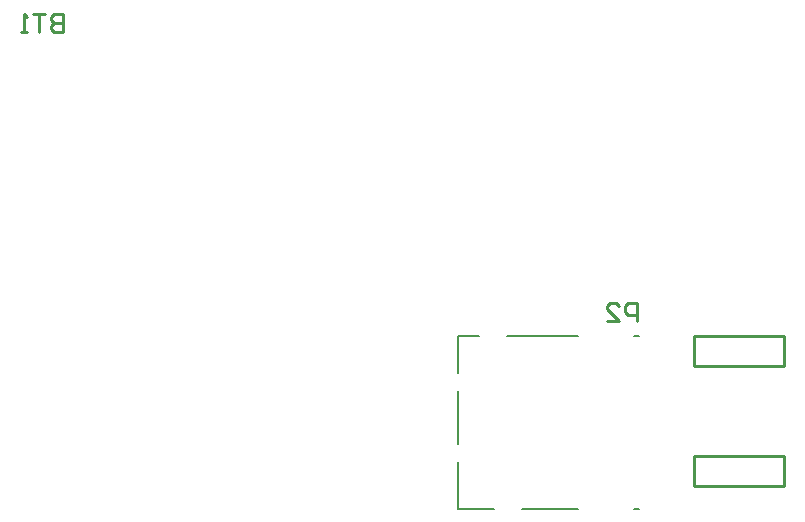
<source format=gbo>
G04 Layer_Color=13813960*
%FSAX24Y24*%
%MOIN*%
G70*
G01*
G75*
%ADD10C,0.0100*%
%ADD55C,0.0050*%
D10*
X048709Y023791D02*
Y024791D01*
X045709Y023791D02*
X048709D01*
X045709Y024791D02*
X048709D01*
X045709Y023791D02*
Y024791D01*
X048709Y027791D02*
Y028791D01*
X045709Y027791D02*
X048709D01*
X045709Y028791D02*
X048709D01*
X045709Y027791D02*
Y028791D01*
X024650Y039530D02*
Y038930D01*
X024350D01*
X024250Y039030D01*
Y039130D01*
X024350Y039230D01*
X024650D01*
X024350D01*
X024250Y039330D01*
Y039430D01*
X024350Y039530D01*
X024650D01*
X024050D02*
X023650D01*
X023850D01*
Y038930D01*
X023450D02*
X023251D01*
X023350D01*
Y039530D01*
X023450Y039430D01*
X043780Y029290D02*
Y029890D01*
X043480D01*
X043380Y029790D01*
Y029590D01*
X043480Y029490D01*
X043780D01*
X042780Y029290D02*
X043180D01*
X042780Y029690D01*
Y029790D01*
X042880Y029890D01*
X043080D01*
X043180Y029790D01*
D55*
X037825Y023025D02*
X039030D01*
X037825D02*
Y024575D01*
X039975Y023025D02*
X041821D01*
X039470Y028775D02*
X041830D01*
X037825Y027555D02*
Y028775D01*
X038545D01*
X037825Y025200D02*
Y026945D01*
X043695Y023025D02*
X043850D01*
X043695Y028775D02*
X043850D01*
M02*

</source>
